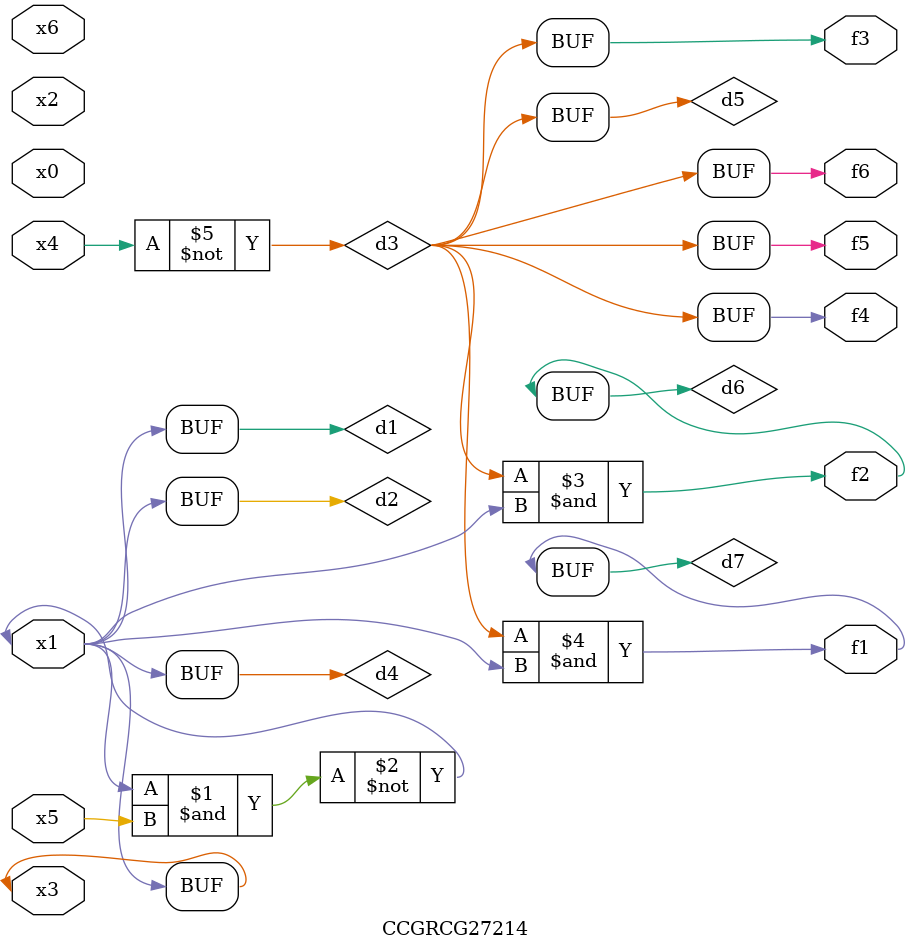
<source format=v>
module CCGRCG27214(
	input x0, x1, x2, x3, x4, x5, x6,
	output f1, f2, f3, f4, f5, f6
);

	wire d1, d2, d3, d4, d5, d6, d7;

	buf (d1, x1, x3);
	nand (d2, x1, x5);
	not (d3, x4);
	buf (d4, d1, d2);
	buf (d5, d3);
	and (d6, d3, d4);
	and (d7, d3, d4);
	assign f1 = d7;
	assign f2 = d6;
	assign f3 = d5;
	assign f4 = d5;
	assign f5 = d5;
	assign f6 = d5;
endmodule

</source>
